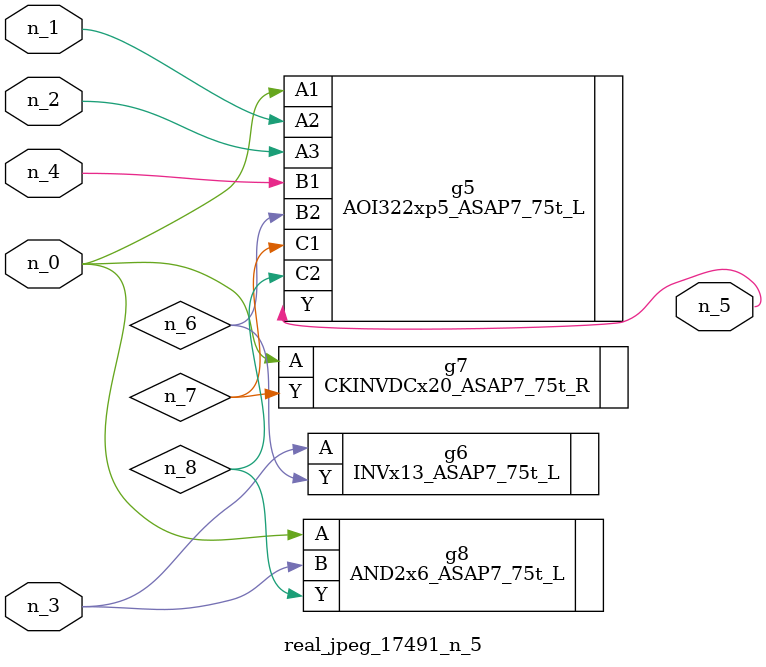
<source format=v>
module real_jpeg_17491_n_5 (n_4, n_0, n_1, n_2, n_3, n_5);

input n_4;
input n_0;
input n_1;
input n_2;
input n_3;

output n_5;

wire n_8;
wire n_6;
wire n_7;

AOI322xp5_ASAP7_75t_L g5 ( 
.A1(n_0),
.A2(n_1),
.A3(n_2),
.B1(n_4),
.B2(n_6),
.C1(n_7),
.C2(n_8),
.Y(n_5)
);

CKINVDCx20_ASAP7_75t_R g7 ( 
.A(n_0),
.Y(n_7)
);

AND2x6_ASAP7_75t_L g8 ( 
.A(n_0),
.B(n_3),
.Y(n_8)
);

INVx13_ASAP7_75t_L g6 ( 
.A(n_3),
.Y(n_6)
);


endmodule
</source>
